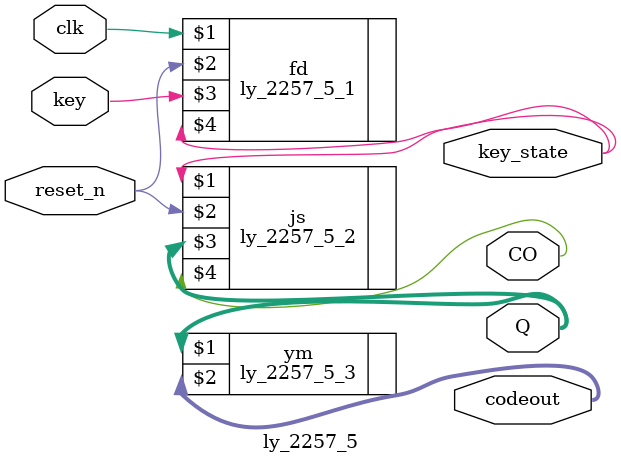
<source format=v>
module ly_2257_5(clk,reset_n,key,key_state,Q,codeout,CO);
	input clk,reset_n,key;//clk为50MHZ时钟输入，reset_n为复位信号（低电平有效），key为按键输入
	output [3:0] Q;//十进制计数器输出
	output [6:0] codeout;//译码器输出
	output CO;//进位信号
	output key_state;//按键状态指示

	ly_2257_5_1 fd(clk,reset_n,key,key_state);
	ly_2257_5_2 js(key_state,reset_n,Q,CO);
	ly_2257_5_3 ym(Q,codeout);
endmodule

</source>
